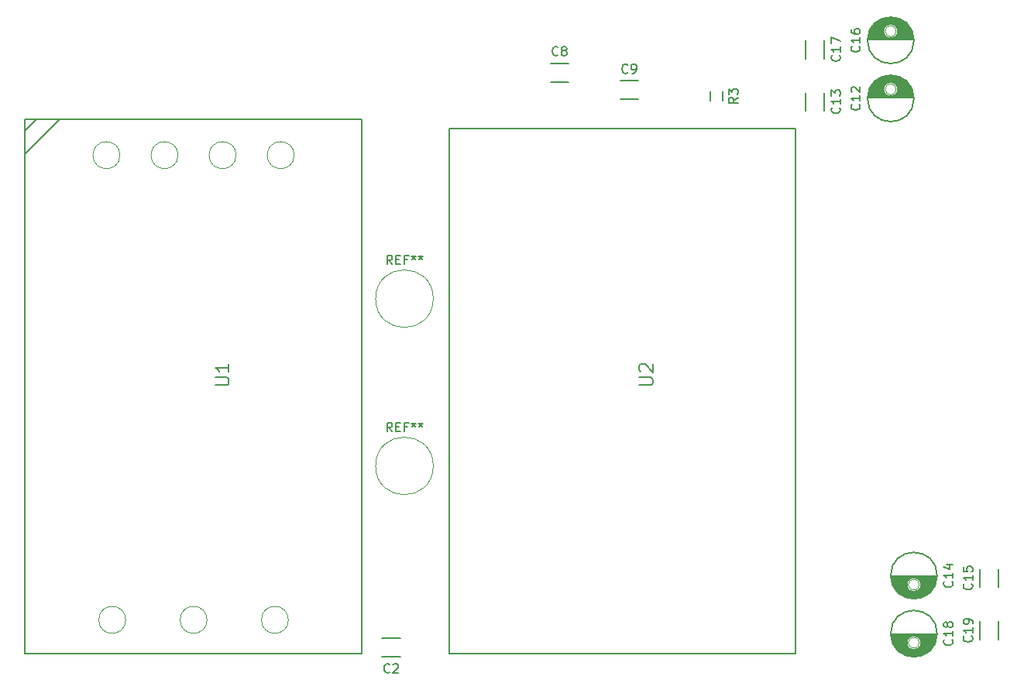
<source format=gbr>
G04 #@! TF.FileFunction,Legend,Top*
%FSLAX46Y46*%
G04 Gerber Fmt 4.6, Leading zero omitted, Abs format (unit mm)*
G04 Created by KiCad (PCBNEW 4.0.4-stable) date Mon Oct  3 10:35:52 2016*
%MOMM*%
%LPD*%
G01*
G04 APERTURE LIST*
%ADD10C,0.100000*%
%ADD11C,0.150000*%
G04 APERTURE END LIST*
D10*
D11*
X150177500Y-126682500D02*
X150177500Y-69278500D01*
X150177500Y-69278500D02*
X188023500Y-69278500D01*
X188023500Y-69278500D02*
X188023500Y-126682500D01*
X188023500Y-126682500D02*
X150177500Y-126682500D01*
X142827500Y-127072500D02*
X144827500Y-127072500D01*
X144827500Y-125022500D02*
X142827500Y-125022500D01*
X163242500Y-62157500D02*
X161242500Y-62157500D01*
X161242500Y-64207500D02*
X163242500Y-64207500D01*
X170862500Y-64062500D02*
X168862500Y-64062500D01*
X168862500Y-66112500D02*
X170862500Y-66112500D01*
X195938500Y-65917500D02*
X200936500Y-65917500D01*
X195946500Y-65777500D02*
X198283500Y-65777500D01*
X198591500Y-65777500D02*
X200928500Y-65777500D01*
X195962500Y-65637500D02*
X197964500Y-65637500D01*
X198910500Y-65637500D02*
X200912500Y-65637500D01*
X195986500Y-65497500D02*
X197817500Y-65497500D01*
X199057500Y-65497500D02*
X200888500Y-65497500D01*
X196019500Y-65357500D02*
X197725500Y-65357500D01*
X199149500Y-65357500D02*
X200855500Y-65357500D01*
X196060500Y-65217500D02*
X197669500Y-65217500D01*
X199205500Y-65217500D02*
X200814500Y-65217500D01*
X196110500Y-65077500D02*
X197642500Y-65077500D01*
X199232500Y-65077500D02*
X200764500Y-65077500D01*
X196171500Y-64937500D02*
X197639500Y-64937500D01*
X199235500Y-64937500D02*
X200703500Y-64937500D01*
X196241500Y-64797500D02*
X197661500Y-64797500D01*
X199213500Y-64797500D02*
X200633500Y-64797500D01*
X196323500Y-64657500D02*
X197711500Y-64657500D01*
X199163500Y-64657500D02*
X200551500Y-64657500D01*
X196418500Y-64517500D02*
X197793500Y-64517500D01*
X199081500Y-64517500D02*
X200456500Y-64517500D01*
X196529500Y-64377500D02*
X197925500Y-64377500D01*
X198949500Y-64377500D02*
X200345500Y-64377500D01*
X196657500Y-64237500D02*
X198172500Y-64237500D01*
X198702500Y-64237500D02*
X200217500Y-64237500D01*
X196806500Y-64097500D02*
X200068500Y-64097500D01*
X196985500Y-63957500D02*
X199889500Y-63957500D01*
X197204500Y-63817500D02*
X199670500Y-63817500D01*
X197493500Y-63677500D02*
X199381500Y-63677500D01*
X197965500Y-63537500D02*
X198909500Y-63537500D01*
X199237500Y-64992500D02*
G75*
G03X199237500Y-64992500I-800000J0D01*
G01*
X200975000Y-65992500D02*
G75*
G03X200975000Y-65992500I-2537500J0D01*
G01*
X191207500Y-67357500D02*
X191207500Y-65357500D01*
X189157500Y-65357500D02*
X189157500Y-67357500D01*
X203476500Y-118232500D02*
X198478500Y-118232500D01*
X203468500Y-118372500D02*
X201131500Y-118372500D01*
X200823500Y-118372500D02*
X198486500Y-118372500D01*
X203452500Y-118512500D02*
X201450500Y-118512500D01*
X200504500Y-118512500D02*
X198502500Y-118512500D01*
X203428500Y-118652500D02*
X201597500Y-118652500D01*
X200357500Y-118652500D02*
X198526500Y-118652500D01*
X203395500Y-118792500D02*
X201689500Y-118792500D01*
X200265500Y-118792500D02*
X198559500Y-118792500D01*
X203354500Y-118932500D02*
X201745500Y-118932500D01*
X200209500Y-118932500D02*
X198600500Y-118932500D01*
X203304500Y-119072500D02*
X201772500Y-119072500D01*
X200182500Y-119072500D02*
X198650500Y-119072500D01*
X203243500Y-119212500D02*
X201775500Y-119212500D01*
X200179500Y-119212500D02*
X198711500Y-119212500D01*
X203173500Y-119352500D02*
X201753500Y-119352500D01*
X200201500Y-119352500D02*
X198781500Y-119352500D01*
X203091500Y-119492500D02*
X201703500Y-119492500D01*
X200251500Y-119492500D02*
X198863500Y-119492500D01*
X202996500Y-119632500D02*
X201621500Y-119632500D01*
X200333500Y-119632500D02*
X198958500Y-119632500D01*
X202885500Y-119772500D02*
X201489500Y-119772500D01*
X200465500Y-119772500D02*
X199069500Y-119772500D01*
X202757500Y-119912500D02*
X201242500Y-119912500D01*
X200712500Y-119912500D02*
X199197500Y-119912500D01*
X202608500Y-120052500D02*
X199346500Y-120052500D01*
X202429500Y-120192500D02*
X199525500Y-120192500D01*
X202210500Y-120332500D02*
X199744500Y-120332500D01*
X201921500Y-120472500D02*
X200033500Y-120472500D01*
X201449500Y-120612500D02*
X200505500Y-120612500D01*
X201777500Y-119157500D02*
G75*
G03X201777500Y-119157500I-800000J0D01*
G01*
X203515000Y-118157500D02*
G75*
G03X203515000Y-118157500I-2537500J0D01*
G01*
X208207500Y-117427500D02*
X208207500Y-119427500D01*
X210257500Y-119427500D02*
X210257500Y-117427500D01*
X195938500Y-59567500D02*
X200936500Y-59567500D01*
X195946500Y-59427500D02*
X198283500Y-59427500D01*
X198591500Y-59427500D02*
X200928500Y-59427500D01*
X195962500Y-59287500D02*
X197964500Y-59287500D01*
X198910500Y-59287500D02*
X200912500Y-59287500D01*
X195986500Y-59147500D02*
X197817500Y-59147500D01*
X199057500Y-59147500D02*
X200888500Y-59147500D01*
X196019500Y-59007500D02*
X197725500Y-59007500D01*
X199149500Y-59007500D02*
X200855500Y-59007500D01*
X196060500Y-58867500D02*
X197669500Y-58867500D01*
X199205500Y-58867500D02*
X200814500Y-58867500D01*
X196110500Y-58727500D02*
X197642500Y-58727500D01*
X199232500Y-58727500D02*
X200764500Y-58727500D01*
X196171500Y-58587500D02*
X197639500Y-58587500D01*
X199235500Y-58587500D02*
X200703500Y-58587500D01*
X196241500Y-58447500D02*
X197661500Y-58447500D01*
X199213500Y-58447500D02*
X200633500Y-58447500D01*
X196323500Y-58307500D02*
X197711500Y-58307500D01*
X199163500Y-58307500D02*
X200551500Y-58307500D01*
X196418500Y-58167500D02*
X197793500Y-58167500D01*
X199081500Y-58167500D02*
X200456500Y-58167500D01*
X196529500Y-58027500D02*
X197925500Y-58027500D01*
X198949500Y-58027500D02*
X200345500Y-58027500D01*
X196657500Y-57887500D02*
X198172500Y-57887500D01*
X198702500Y-57887500D02*
X200217500Y-57887500D01*
X196806500Y-57747500D02*
X200068500Y-57747500D01*
X196985500Y-57607500D02*
X199889500Y-57607500D01*
X197204500Y-57467500D02*
X199670500Y-57467500D01*
X197493500Y-57327500D02*
X199381500Y-57327500D01*
X197965500Y-57187500D02*
X198909500Y-57187500D01*
X199237500Y-58642500D02*
G75*
G03X199237500Y-58642500I-800000J0D01*
G01*
X200975000Y-59642500D02*
G75*
G03X200975000Y-59642500I-2537500J0D01*
G01*
X191207500Y-61642500D02*
X191207500Y-59642500D01*
X189157500Y-59642500D02*
X189157500Y-61642500D01*
X203476500Y-124582500D02*
X198478500Y-124582500D01*
X203468500Y-124722500D02*
X201131500Y-124722500D01*
X200823500Y-124722500D02*
X198486500Y-124722500D01*
X203452500Y-124862500D02*
X201450500Y-124862500D01*
X200504500Y-124862500D02*
X198502500Y-124862500D01*
X203428500Y-125002500D02*
X201597500Y-125002500D01*
X200357500Y-125002500D02*
X198526500Y-125002500D01*
X203395500Y-125142500D02*
X201689500Y-125142500D01*
X200265500Y-125142500D02*
X198559500Y-125142500D01*
X203354500Y-125282500D02*
X201745500Y-125282500D01*
X200209500Y-125282500D02*
X198600500Y-125282500D01*
X203304500Y-125422500D02*
X201772500Y-125422500D01*
X200182500Y-125422500D02*
X198650500Y-125422500D01*
X203243500Y-125562500D02*
X201775500Y-125562500D01*
X200179500Y-125562500D02*
X198711500Y-125562500D01*
X203173500Y-125702500D02*
X201753500Y-125702500D01*
X200201500Y-125702500D02*
X198781500Y-125702500D01*
X203091500Y-125842500D02*
X201703500Y-125842500D01*
X200251500Y-125842500D02*
X198863500Y-125842500D01*
X202996500Y-125982500D02*
X201621500Y-125982500D01*
X200333500Y-125982500D02*
X198958500Y-125982500D01*
X202885500Y-126122500D02*
X201489500Y-126122500D01*
X200465500Y-126122500D02*
X199069500Y-126122500D01*
X202757500Y-126262500D02*
X201242500Y-126262500D01*
X200712500Y-126262500D02*
X199197500Y-126262500D01*
X202608500Y-126402500D02*
X199346500Y-126402500D01*
X202429500Y-126542500D02*
X199525500Y-126542500D01*
X202210500Y-126682500D02*
X199744500Y-126682500D01*
X201921500Y-126822500D02*
X200033500Y-126822500D01*
X201449500Y-126962500D02*
X200505500Y-126962500D01*
X201777500Y-125507500D02*
G75*
G03X201777500Y-125507500I-800000J0D01*
G01*
X203515000Y-124507500D02*
G75*
G03X203515000Y-124507500I-2537500J0D01*
G01*
X208207500Y-123142500D02*
X208207500Y-125142500D01*
X210257500Y-125142500D02*
X210257500Y-123142500D01*
X178712500Y-66222500D02*
X178712500Y-65222500D01*
X180062500Y-65222500D02*
X180062500Y-66222500D01*
X103822500Y-69532500D02*
X105092500Y-68262500D01*
X103822500Y-72072500D02*
X107632500Y-68262500D01*
X103822500Y-126682500D02*
X103822500Y-68262500D01*
X103822500Y-68262500D02*
X140652500Y-68262500D01*
X140652500Y-68262500D02*
X140652500Y-126682500D01*
X140652500Y-126682500D02*
X103822500Y-126682500D01*
D10*
X148438000Y-87884000D02*
G75*
G03X148438000Y-87884000I-3150000J0D01*
G01*
X199037500Y-64992500D02*
G75*
G03X199037500Y-64992500I-600000J0D01*
G01*
X201577500Y-119157500D02*
G75*
G03X201577500Y-119157500I-600000J0D01*
G01*
X199037500Y-58642500D02*
G75*
G03X199037500Y-58642500I-600000J0D01*
G01*
X201577500Y-125507500D02*
G75*
G03X201577500Y-125507500I-600000J0D01*
G01*
X114821500Y-122999500D02*
G75*
G03X114821500Y-122999500I-1474000J0D01*
G01*
X123711500Y-122999500D02*
G75*
G03X123711500Y-122999500I-1474000J0D01*
G01*
X132601500Y-122999500D02*
G75*
G03X132601500Y-122999500I-1474000J0D01*
G01*
X133236500Y-72199500D02*
G75*
G03X133236500Y-72199500I-1474000J0D01*
G01*
X126886500Y-72199500D02*
G75*
G03X126886500Y-72199500I-1474000J0D01*
G01*
X120536500Y-72199500D02*
G75*
G03X120536500Y-72199500I-1474000J0D01*
G01*
X114186500Y-72199500D02*
G75*
G03X114186500Y-72199500I-1474000J0D01*
G01*
X148438000Y-106172000D02*
G75*
G03X148438000Y-106172000I-3150000J0D01*
G01*
D11*
X170946071Y-97345357D02*
X172160357Y-97345357D01*
X172303214Y-97273929D01*
X172374643Y-97202500D01*
X172446071Y-97059643D01*
X172446071Y-96773929D01*
X172374643Y-96631071D01*
X172303214Y-96559643D01*
X172160357Y-96488214D01*
X170946071Y-96488214D01*
X171088929Y-95845357D02*
X171017500Y-95773928D01*
X170946071Y-95631071D01*
X170946071Y-95273928D01*
X171017500Y-95131071D01*
X171088929Y-95059642D01*
X171231786Y-94988214D01*
X171374643Y-94988214D01*
X171588929Y-95059642D01*
X172446071Y-95916785D01*
X172446071Y-94988214D01*
X143954667Y-84136381D02*
X143621333Y-83660190D01*
X143383238Y-84136381D02*
X143383238Y-83136381D01*
X143764191Y-83136381D01*
X143859429Y-83184000D01*
X143907048Y-83231619D01*
X143954667Y-83326857D01*
X143954667Y-83469714D01*
X143907048Y-83564952D01*
X143859429Y-83612571D01*
X143764191Y-83660190D01*
X143383238Y-83660190D01*
X144383238Y-83612571D02*
X144716572Y-83612571D01*
X144859429Y-84136381D02*
X144383238Y-84136381D01*
X144383238Y-83136381D01*
X144859429Y-83136381D01*
X145621334Y-83612571D02*
X145288000Y-83612571D01*
X145288000Y-84136381D02*
X145288000Y-83136381D01*
X145764191Y-83136381D01*
X146288000Y-83136381D02*
X146288000Y-83374476D01*
X146049905Y-83279238D02*
X146288000Y-83374476D01*
X146526096Y-83279238D01*
X146145143Y-83564952D02*
X146288000Y-83374476D01*
X146430858Y-83564952D01*
X147049905Y-83136381D02*
X147049905Y-83374476D01*
X146811810Y-83279238D02*
X147049905Y-83374476D01*
X147288001Y-83279238D01*
X146907048Y-83564952D02*
X147049905Y-83374476D01*
X147192763Y-83564952D01*
X143660834Y-128704643D02*
X143613215Y-128752262D01*
X143470358Y-128799881D01*
X143375120Y-128799881D01*
X143232262Y-128752262D01*
X143137024Y-128657024D01*
X143089405Y-128561786D01*
X143041786Y-128371310D01*
X143041786Y-128228452D01*
X143089405Y-128037976D01*
X143137024Y-127942738D01*
X143232262Y-127847500D01*
X143375120Y-127799881D01*
X143470358Y-127799881D01*
X143613215Y-127847500D01*
X143660834Y-127895119D01*
X144041786Y-127895119D02*
X144089405Y-127847500D01*
X144184643Y-127799881D01*
X144422739Y-127799881D01*
X144517977Y-127847500D01*
X144565596Y-127895119D01*
X144613215Y-127990357D01*
X144613215Y-128085595D01*
X144565596Y-128228452D01*
X143994167Y-128799881D01*
X144613215Y-128799881D01*
X162075834Y-61239643D02*
X162028215Y-61287262D01*
X161885358Y-61334881D01*
X161790120Y-61334881D01*
X161647262Y-61287262D01*
X161552024Y-61192024D01*
X161504405Y-61096786D01*
X161456786Y-60906310D01*
X161456786Y-60763452D01*
X161504405Y-60572976D01*
X161552024Y-60477738D01*
X161647262Y-60382500D01*
X161790120Y-60334881D01*
X161885358Y-60334881D01*
X162028215Y-60382500D01*
X162075834Y-60430119D01*
X162647262Y-60763452D02*
X162552024Y-60715833D01*
X162504405Y-60668214D01*
X162456786Y-60572976D01*
X162456786Y-60525357D01*
X162504405Y-60430119D01*
X162552024Y-60382500D01*
X162647262Y-60334881D01*
X162837739Y-60334881D01*
X162932977Y-60382500D01*
X162980596Y-60430119D01*
X163028215Y-60525357D01*
X163028215Y-60572976D01*
X162980596Y-60668214D01*
X162932977Y-60715833D01*
X162837739Y-60763452D01*
X162647262Y-60763452D01*
X162552024Y-60811071D01*
X162504405Y-60858690D01*
X162456786Y-60953929D01*
X162456786Y-61144405D01*
X162504405Y-61239643D01*
X162552024Y-61287262D01*
X162647262Y-61334881D01*
X162837739Y-61334881D01*
X162932977Y-61287262D01*
X162980596Y-61239643D01*
X163028215Y-61144405D01*
X163028215Y-60953929D01*
X162980596Y-60858690D01*
X162932977Y-60811071D01*
X162837739Y-60763452D01*
X169695834Y-63144643D02*
X169648215Y-63192262D01*
X169505358Y-63239881D01*
X169410120Y-63239881D01*
X169267262Y-63192262D01*
X169172024Y-63097024D01*
X169124405Y-63001786D01*
X169076786Y-62811310D01*
X169076786Y-62668452D01*
X169124405Y-62477976D01*
X169172024Y-62382738D01*
X169267262Y-62287500D01*
X169410120Y-62239881D01*
X169505358Y-62239881D01*
X169648215Y-62287500D01*
X169695834Y-62335119D01*
X170172024Y-63239881D02*
X170362500Y-63239881D01*
X170457739Y-63192262D01*
X170505358Y-63144643D01*
X170600596Y-63001786D01*
X170648215Y-62811310D01*
X170648215Y-62430357D01*
X170600596Y-62335119D01*
X170552977Y-62287500D01*
X170457739Y-62239881D01*
X170267262Y-62239881D01*
X170172024Y-62287500D01*
X170124405Y-62335119D01*
X170076786Y-62430357D01*
X170076786Y-62668452D01*
X170124405Y-62763690D01*
X170172024Y-62811310D01*
X170267262Y-62858929D01*
X170457739Y-62858929D01*
X170552977Y-62811310D01*
X170600596Y-62763690D01*
X170648215Y-62668452D01*
X194994643Y-66635357D02*
X195042262Y-66682976D01*
X195089881Y-66825833D01*
X195089881Y-66921071D01*
X195042262Y-67063929D01*
X194947024Y-67159167D01*
X194851786Y-67206786D01*
X194661310Y-67254405D01*
X194518452Y-67254405D01*
X194327976Y-67206786D01*
X194232738Y-67159167D01*
X194137500Y-67063929D01*
X194089881Y-66921071D01*
X194089881Y-66825833D01*
X194137500Y-66682976D01*
X194185119Y-66635357D01*
X195089881Y-65682976D02*
X195089881Y-66254405D01*
X195089881Y-65968691D02*
X194089881Y-65968691D01*
X194232738Y-66063929D01*
X194327976Y-66159167D01*
X194375595Y-66254405D01*
X194185119Y-65302024D02*
X194137500Y-65254405D01*
X194089881Y-65159167D01*
X194089881Y-64921071D01*
X194137500Y-64825833D01*
X194185119Y-64778214D01*
X194280357Y-64730595D01*
X194375595Y-64730595D01*
X194518452Y-64778214D01*
X195089881Y-65349643D01*
X195089881Y-64730595D01*
X192839643Y-67000357D02*
X192887262Y-67047976D01*
X192934881Y-67190833D01*
X192934881Y-67286071D01*
X192887262Y-67428929D01*
X192792024Y-67524167D01*
X192696786Y-67571786D01*
X192506310Y-67619405D01*
X192363452Y-67619405D01*
X192172976Y-67571786D01*
X192077738Y-67524167D01*
X191982500Y-67428929D01*
X191934881Y-67286071D01*
X191934881Y-67190833D01*
X191982500Y-67047976D01*
X192030119Y-67000357D01*
X192934881Y-66047976D02*
X192934881Y-66619405D01*
X192934881Y-66333691D02*
X191934881Y-66333691D01*
X192077738Y-66428929D01*
X192172976Y-66524167D01*
X192220595Y-66619405D01*
X191934881Y-65714643D02*
X191934881Y-65095595D01*
X192315833Y-65428929D01*
X192315833Y-65286071D01*
X192363452Y-65190833D01*
X192411071Y-65143214D01*
X192506310Y-65095595D01*
X192744405Y-65095595D01*
X192839643Y-65143214D01*
X192887262Y-65190833D01*
X192934881Y-65286071D01*
X192934881Y-65571786D01*
X192887262Y-65667024D01*
X192839643Y-65714643D01*
X205134643Y-118800357D02*
X205182262Y-118847976D01*
X205229881Y-118990833D01*
X205229881Y-119086071D01*
X205182262Y-119228929D01*
X205087024Y-119324167D01*
X204991786Y-119371786D01*
X204801310Y-119419405D01*
X204658452Y-119419405D01*
X204467976Y-119371786D01*
X204372738Y-119324167D01*
X204277500Y-119228929D01*
X204229881Y-119086071D01*
X204229881Y-118990833D01*
X204277500Y-118847976D01*
X204325119Y-118800357D01*
X205229881Y-117847976D02*
X205229881Y-118419405D01*
X205229881Y-118133691D02*
X204229881Y-118133691D01*
X204372738Y-118228929D01*
X204467976Y-118324167D01*
X204515595Y-118419405D01*
X204563214Y-116990833D02*
X205229881Y-116990833D01*
X204182262Y-117228929D02*
X204896548Y-117467024D01*
X204896548Y-116847976D01*
X207289643Y-119070357D02*
X207337262Y-119117976D01*
X207384881Y-119260833D01*
X207384881Y-119356071D01*
X207337262Y-119498929D01*
X207242024Y-119594167D01*
X207146786Y-119641786D01*
X206956310Y-119689405D01*
X206813452Y-119689405D01*
X206622976Y-119641786D01*
X206527738Y-119594167D01*
X206432500Y-119498929D01*
X206384881Y-119356071D01*
X206384881Y-119260833D01*
X206432500Y-119117976D01*
X206480119Y-119070357D01*
X207384881Y-118117976D02*
X207384881Y-118689405D01*
X207384881Y-118403691D02*
X206384881Y-118403691D01*
X206527738Y-118498929D01*
X206622976Y-118594167D01*
X206670595Y-118689405D01*
X206384881Y-117213214D02*
X206384881Y-117689405D01*
X206861071Y-117737024D01*
X206813452Y-117689405D01*
X206765833Y-117594167D01*
X206765833Y-117356071D01*
X206813452Y-117260833D01*
X206861071Y-117213214D01*
X206956310Y-117165595D01*
X207194405Y-117165595D01*
X207289643Y-117213214D01*
X207337262Y-117260833D01*
X207384881Y-117356071D01*
X207384881Y-117594167D01*
X207337262Y-117689405D01*
X207289643Y-117737024D01*
X194994643Y-60285357D02*
X195042262Y-60332976D01*
X195089881Y-60475833D01*
X195089881Y-60571071D01*
X195042262Y-60713929D01*
X194947024Y-60809167D01*
X194851786Y-60856786D01*
X194661310Y-60904405D01*
X194518452Y-60904405D01*
X194327976Y-60856786D01*
X194232738Y-60809167D01*
X194137500Y-60713929D01*
X194089881Y-60571071D01*
X194089881Y-60475833D01*
X194137500Y-60332976D01*
X194185119Y-60285357D01*
X195089881Y-59332976D02*
X195089881Y-59904405D01*
X195089881Y-59618691D02*
X194089881Y-59618691D01*
X194232738Y-59713929D01*
X194327976Y-59809167D01*
X194375595Y-59904405D01*
X194089881Y-58475833D02*
X194089881Y-58666310D01*
X194137500Y-58761548D01*
X194185119Y-58809167D01*
X194327976Y-58904405D01*
X194518452Y-58952024D01*
X194899405Y-58952024D01*
X194994643Y-58904405D01*
X195042262Y-58856786D01*
X195089881Y-58761548D01*
X195089881Y-58571071D01*
X195042262Y-58475833D01*
X194994643Y-58428214D01*
X194899405Y-58380595D01*
X194661310Y-58380595D01*
X194566071Y-58428214D01*
X194518452Y-58475833D01*
X194470833Y-58571071D01*
X194470833Y-58761548D01*
X194518452Y-58856786D01*
X194566071Y-58904405D01*
X194661310Y-58952024D01*
X192839643Y-61285357D02*
X192887262Y-61332976D01*
X192934881Y-61475833D01*
X192934881Y-61571071D01*
X192887262Y-61713929D01*
X192792024Y-61809167D01*
X192696786Y-61856786D01*
X192506310Y-61904405D01*
X192363452Y-61904405D01*
X192172976Y-61856786D01*
X192077738Y-61809167D01*
X191982500Y-61713929D01*
X191934881Y-61571071D01*
X191934881Y-61475833D01*
X191982500Y-61332976D01*
X192030119Y-61285357D01*
X192934881Y-60332976D02*
X192934881Y-60904405D01*
X192934881Y-60618691D02*
X191934881Y-60618691D01*
X192077738Y-60713929D01*
X192172976Y-60809167D01*
X192220595Y-60904405D01*
X191934881Y-59999643D02*
X191934881Y-59332976D01*
X192934881Y-59761548D01*
X205134643Y-125150357D02*
X205182262Y-125197976D01*
X205229881Y-125340833D01*
X205229881Y-125436071D01*
X205182262Y-125578929D01*
X205087024Y-125674167D01*
X204991786Y-125721786D01*
X204801310Y-125769405D01*
X204658452Y-125769405D01*
X204467976Y-125721786D01*
X204372738Y-125674167D01*
X204277500Y-125578929D01*
X204229881Y-125436071D01*
X204229881Y-125340833D01*
X204277500Y-125197976D01*
X204325119Y-125150357D01*
X205229881Y-124197976D02*
X205229881Y-124769405D01*
X205229881Y-124483691D02*
X204229881Y-124483691D01*
X204372738Y-124578929D01*
X204467976Y-124674167D01*
X204515595Y-124769405D01*
X204658452Y-123626548D02*
X204610833Y-123721786D01*
X204563214Y-123769405D01*
X204467976Y-123817024D01*
X204420357Y-123817024D01*
X204325119Y-123769405D01*
X204277500Y-123721786D01*
X204229881Y-123626548D01*
X204229881Y-123436071D01*
X204277500Y-123340833D01*
X204325119Y-123293214D01*
X204420357Y-123245595D01*
X204467976Y-123245595D01*
X204563214Y-123293214D01*
X204610833Y-123340833D01*
X204658452Y-123436071D01*
X204658452Y-123626548D01*
X204706071Y-123721786D01*
X204753690Y-123769405D01*
X204848929Y-123817024D01*
X205039405Y-123817024D01*
X205134643Y-123769405D01*
X205182262Y-123721786D01*
X205229881Y-123626548D01*
X205229881Y-123436071D01*
X205182262Y-123340833D01*
X205134643Y-123293214D01*
X205039405Y-123245595D01*
X204848929Y-123245595D01*
X204753690Y-123293214D01*
X204706071Y-123340833D01*
X204658452Y-123436071D01*
X207289643Y-124785357D02*
X207337262Y-124832976D01*
X207384881Y-124975833D01*
X207384881Y-125071071D01*
X207337262Y-125213929D01*
X207242024Y-125309167D01*
X207146786Y-125356786D01*
X206956310Y-125404405D01*
X206813452Y-125404405D01*
X206622976Y-125356786D01*
X206527738Y-125309167D01*
X206432500Y-125213929D01*
X206384881Y-125071071D01*
X206384881Y-124975833D01*
X206432500Y-124832976D01*
X206480119Y-124785357D01*
X207384881Y-123832976D02*
X207384881Y-124404405D01*
X207384881Y-124118691D02*
X206384881Y-124118691D01*
X206527738Y-124213929D01*
X206622976Y-124309167D01*
X206670595Y-124404405D01*
X207384881Y-123356786D02*
X207384881Y-123166310D01*
X207337262Y-123071071D01*
X207289643Y-123023452D01*
X207146786Y-122928214D01*
X206956310Y-122880595D01*
X206575357Y-122880595D01*
X206480119Y-122928214D01*
X206432500Y-122975833D01*
X206384881Y-123071071D01*
X206384881Y-123261548D01*
X206432500Y-123356786D01*
X206480119Y-123404405D01*
X206575357Y-123452024D01*
X206813452Y-123452024D01*
X206908690Y-123404405D01*
X206956310Y-123356786D01*
X207003929Y-123261548D01*
X207003929Y-123071071D01*
X206956310Y-122975833D01*
X206908690Y-122928214D01*
X206813452Y-122880595D01*
X181739881Y-65889166D02*
X181263690Y-66222500D01*
X181739881Y-66460595D02*
X180739881Y-66460595D01*
X180739881Y-66079642D01*
X180787500Y-65984404D01*
X180835119Y-65936785D01*
X180930357Y-65889166D01*
X181073214Y-65889166D01*
X181168452Y-65936785D01*
X181216071Y-65984404D01*
X181263690Y-66079642D01*
X181263690Y-66460595D01*
X180739881Y-65555833D02*
X180739881Y-64936785D01*
X181120833Y-65270119D01*
X181120833Y-65127261D01*
X181168452Y-65032023D01*
X181216071Y-64984404D01*
X181311310Y-64936785D01*
X181549405Y-64936785D01*
X181644643Y-64984404D01*
X181692262Y-65032023D01*
X181739881Y-65127261D01*
X181739881Y-65412976D01*
X181692262Y-65508214D01*
X181644643Y-65555833D01*
X124591071Y-97345357D02*
X125805357Y-97345357D01*
X125948214Y-97273929D01*
X126019643Y-97202500D01*
X126091071Y-97059643D01*
X126091071Y-96773929D01*
X126019643Y-96631071D01*
X125948214Y-96559643D01*
X125805357Y-96488214D01*
X124591071Y-96488214D01*
X126091071Y-94988214D02*
X126091071Y-95845357D01*
X126091071Y-95416785D02*
X124591071Y-95416785D01*
X124805357Y-95559642D01*
X124948214Y-95702500D01*
X125019643Y-95845357D01*
X143954667Y-102424381D02*
X143621333Y-101948190D01*
X143383238Y-102424381D02*
X143383238Y-101424381D01*
X143764191Y-101424381D01*
X143859429Y-101472000D01*
X143907048Y-101519619D01*
X143954667Y-101614857D01*
X143954667Y-101757714D01*
X143907048Y-101852952D01*
X143859429Y-101900571D01*
X143764191Y-101948190D01*
X143383238Y-101948190D01*
X144383238Y-101900571D02*
X144716572Y-101900571D01*
X144859429Y-102424381D02*
X144383238Y-102424381D01*
X144383238Y-101424381D01*
X144859429Y-101424381D01*
X145621334Y-101900571D02*
X145288000Y-101900571D01*
X145288000Y-102424381D02*
X145288000Y-101424381D01*
X145764191Y-101424381D01*
X146288000Y-101424381D02*
X146288000Y-101662476D01*
X146049905Y-101567238D02*
X146288000Y-101662476D01*
X146526096Y-101567238D01*
X146145143Y-101852952D02*
X146288000Y-101662476D01*
X146430858Y-101852952D01*
X147049905Y-101424381D02*
X147049905Y-101662476D01*
X146811810Y-101567238D02*
X147049905Y-101662476D01*
X147288001Y-101567238D01*
X146907048Y-101852952D02*
X147049905Y-101662476D01*
X147192763Y-101852952D01*
M02*

</source>
